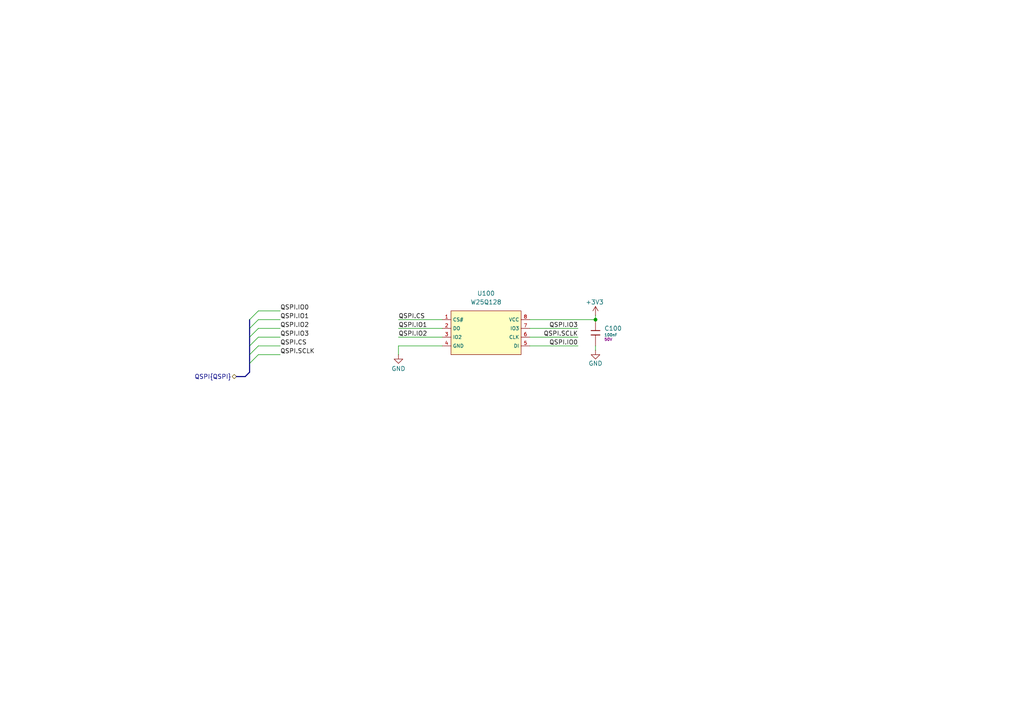
<source format=kicad_sch>
(kicad_sch (version 20231120) (generator "eeschema") (generator_version "8.0")
  (paper "A4")
  (title_block (title "ModuCard nav module") (date "2025-02-18") (rev "1.0.0") (company "KoNaR") (comment 1 "Base project authors: Dominik Pluta, Artem Horiunov") (comment 2 "Project author: Patryk Dudziński"))
  (lib_symbols
    (symbol "PCM_JLCPCB-Capacitors:0402,100nF,(2)" (pin_numbers hide) (pin_names (offset 0))
      (property "Reference" "C" (at 2.032 1.668 0))
      (property "Value" "100nF" (at 2.032 -0.3782 0))
      (property "Voltage Rated" "50V" (at 2.032 -2.0462 0))
      (symbol "0402,100nF,(2)_0_1"
        (polyline (pts (xy -1.27 -0.635) (xy 1.27 -0.635)) (stroke (width 0.254)))
        (polyline (pts (xy -1.27 0.635) (xy 1.27 0.635)) (stroke (width 0.254)))
      )
      (symbol "0402,100nF,(2)_1_1"
        (pin passive line (at 0 3.81 270) (length 3.175) (name "~") (number "1"))
        (pin passive line (at 0 -3.81 90) (length 3.175) (name "~") (number "2"))
      )
    )
    (symbol "PCM_JLCPCB-Memory:16MByte, SPI"
      (property "Reference" "U401" (at 0 12.7 0))
      (property "Value" "W25Q128" (at 0 10.16 0))
      (symbol "16MByte, SPI_0_1"
        (rectangle (start -10.16 7.62) (end 10.16 -5.08) (fill (type background)))
        (pin unspecified line (at -12.7 5.08 0) (length 2.54) (name "CS#") (number "1"))
        (pin unspecified line (at -12.7 2.54 0) (length 2.54) (name "DO") (number "2"))
        (pin unspecified line (at -12.7 0 0) (length 2.54) (name "IO2") (number "3"))
        (pin unspecified line (at 12.7 -2.54 180) (length 2.54) (name "DI") (number "5"))
        (pin unspecified line (at 12.7 0 180) (length 2.54) (name "CLK") (number "6"))
        (pin unspecified line (at 12.7 2.54 180) (length 2.54) (name "IO3") (number "7"))
      )
      (symbol "16MByte, SPI_1_1"
        (pin power_in line (at -12.7 -2.54 0) (length 2.54) (name "GND") (number "4"))
        (pin power_in line (at 12.7 5.08 180) (length 2.54) (name "VCC") (number "8"))
      )
    )
    (symbol "power:+3V3" (power) (pin_numbers hide) (pin_names (offset 0) hide)
      (property "Value" "+3V3" (at 0 3.556 0))
      (symbol "+3V3_0_1"
        (polyline (pts (xy -0.762 1.27) (xy 0 2.54)))
        (polyline (pts (xy 0 0) (xy 0 2.54)))
        (polyline (pts (xy 0 2.54) (xy 0.762 1.27)))
      )
      (symbol "+3V3_1_1"
        (pin power_in line (at 0 0 90) (length 0) (name "~") (number "1"))
      )
    )
    (symbol "power:GND" (power) (pin_numbers hide) (pin_names (offset 0) hide)
      (property "Value" "GND" (at 0 -3.81 0))
      (symbol "GND_0_1"
        (polyline (pts (xy 0 0) (xy 0 -1.27) (xy 1.27 -1.27) (xy 0 -2.54) (xy -1.27 -1.27) (xy 0 -1.27)))
      )
      (symbol "GND_1_1"
        (pin power_in line (at 0 0 270) (length 0) (name "~") (number "1"))
      )
    )
  )
  (junction (at 172.72 92.71))
  (bus_entry (at 72.39 92.71) (size 2.54 -2.54))
  (bus_entry (at 72.39 102.87) (size 2.54 -2.54))
  (bus_entry (at 72.39 97.79) (size 2.54 -2.54))
  (bus_entry (at 72.39 100.33) (size 2.54 -2.54))
  (bus_entry (at 72.39 95.25) (size 2.54 -2.54))
  (bus_entry (at 72.39 105.41) (size 2.54 -2.54))
  (wire (pts (xy 115.57 100.33) (xy 128.27 100.33)))
  (wire (pts (xy 74.93 97.79) (xy 81.28 97.79)))
  (wire (pts (xy 115.57 100.33) (xy 115.57 102.87)))
  (bus (pts (xy 72.39 97.79) (xy 72.39 100.33)))
  (wire (pts (xy 153.67 97.79) (xy 167.64 97.79)))
  (wire (pts (xy 172.72 92.71) (xy 172.72 91.44)))
  (bus (pts (xy 72.39 95.25) (xy 72.39 97.79)))
  (bus (pts (xy 72.39 100.33) (xy 72.39 102.87)))
  (bus (pts (xy 72.39 102.87) (xy 72.39 105.41)))
  (wire (pts (xy 115.57 92.71) (xy 128.27 92.71)))
  (wire (pts (xy 153.67 92.71) (xy 172.72 92.71)))
  (wire (pts (xy 115.57 95.25) (xy 128.27 95.25)))
  (wire (pts (xy 153.67 95.25) (xy 167.64 95.25)))
  (bus (pts (xy 72.39 92.71) (xy 72.39 95.25)))
  (bus (pts (xy 71.12 109.22) (xy 72.39 107.95)))
  (bus (pts (xy 72.39 105.41) (xy 72.39 107.95)))
  (wire (pts (xy 74.93 95.25) (xy 81.28 95.25)))
  (bus (pts (xy 68.58 109.22) (xy 71.12 109.22)))
  (wire (pts (xy 172.72 100.33) (xy 172.72 101.6)))
  (wire (pts (xy 74.93 102.87) (xy 81.28 102.87)))
  (wire (pts (xy 74.93 92.71) (xy 81.28 92.71)))
  (wire (pts (xy 74.93 90.17) (xy 81.28 90.17)))
  (wire (pts (xy 153.67 100.33) (xy 167.64 100.33)))
  (wire (pts (xy 115.57 97.79) (xy 128.27 97.79)))
  (wire (pts (xy 74.93 100.33) (xy 81.28 100.33)))
  (label "QSPI.IO3" (at 167.64 95.25 180))
  (label "QSPI.IO1" (at 81.28 92.71 0))
  (label "QSPI.SCLK" (at 81.28 102.87 0))
  (label "QSPI.IO2" (at 81.28 95.25 0))
  (label "QSPI.IO3" (at 81.28 97.79 0))
  (label "QSPI.IO2" (at 115.57 97.79 0))
  (label "QSPI.IO1" (at 115.57 95.25 0))
  (label "QSPI.SCLK" (at 167.64 97.79 180))
  (label "QSPI.IO0" (at 81.28 90.17 0))
  (label "QSPI.IO0" (at 167.64 100.33 180))
  (label "QSPI.CS" (at 115.57 92.71 0))
  (label "QSPI.CS" (at 81.28 100.33 0))
  (hierarchical_label "QSPI{QSPI}" (shape bidirectional) (at 68.58 109.22 180))
  (symbol (lib_id "power:GND") (at 172.72 101.6 0) (unit 1)
    (property "Reference" "#PWR0101" (effects (hide yes)))
    (property "Value" "GND" (at 172.72 105.41 0))
    (property "Description" "Power symbol creates a global label with name \"GND\" , ground" (effects (hide yes)))
  )
  (symbol (lib_id "PCM_JLCPCB-Memory:16MByte, SPI") (at 140.97 97.79 0) (unit 1)
    (property "Reference" "U100" (at 140.97 85.09 0))
    (property "Value" "W25Q128" (at 140.97 87.63 0))
    (property "Footprint" "PCM_JLCPCB:SOIC-8_L5.3-W5.3-P1.27-LS8.0-BL" (effects (hide yes)))
    (property "Datasheet" "https://www.lcsc.com/datasheet/lcsc_datasheet_1811142111_Winbond-Elec-W25Q128JVSIQ_C97521.pdf" (effects (hide yes)))
    (property "Description" "128Mbit SOIC-8-208mil NOR FLASH ROHS" (effects (hide yes)))
    (property "LCSC" "C97521" (effects (hide yes)))
    (property "Stock" "198408" (effects (hide yes)))
    (property "Price" "0.552USD" (effects (hide yes)))
    (property "Process" "SMT" (effects (hide yes)))
    (property "Minimum Qty" "1" (effects (hide yes)))
    (property "Attrition Qty" "0" (effects (hide yes)))
    (property "Class" "Basic Component" (effects (hide yes)))
    (property "Category" "Memory,NOR FLASH" (effects (hide yes)))
    (property "Manufacturer" "Winbond Elec" (effects (hide yes)))
    (property "Part" "W25Q128JVSIQ" (effects (hide yes)))
    (property "Memory Size" "128Mbit" (effects (hide yes)))
  )
  (symbol (lib_id "power:GND") (at 115.57 102.87 0) (unit 1)
    (property "Reference" "#PWR0102" (effects (hide yes)))
    (property "Value" "GND" (at 115.57 106.934 0))
    (property "Description" "Power symbol creates a global label with name \"GND\" , ground" (effects (hide yes)))
  )
  (symbol (lib_id "power:+3V3") (at 172.72 91.44 0) (unit 1)
    (property "Reference" "#PWR0100" (effects (hide yes)))
    (property "Value" "+3V3" (at 172.466 87.63 0))
    (property "Description" "Power symbol creates a global label with name \"+3V3\"" (effects (hide yes)))
  )
  (symbol (lib_id "PCM_JLCPCB-Capacitors:0402,100nF,(2)") (at 172.72 96.52 0) (unit 1)
    (property "Reference" "C100" (at 175.26 95.25 0) (effects (justify left)))
    (property "Value" "100nF" (at 175.26 97.155 0) (effects (font (size 0.8 0.8)) (justify left)))
    (property "Footprint" "PCM_JLCPCB:C_0402" (effects (hide yes)))
    (property "Datasheet" "https://www.lcsc.com/datasheet/lcsc_datasheet_2304140030_Samsung-Electro-Mechanics-CL05B104KB54PNC_C307331.pdf" (effects (hide yes)))
    (property "Description" "50V 100nF X7R ±10% 0402 Multilayer Ceramic Capacitors MLCC - SMD/SMT ROHS" (effects (hide yes)))
    (property "LCSC" "C307331" (effects (hide yes)))
    (property "Stock" "5358037" (effects (hide yes)))
    (property "Price" "0.008USD" (effects (hide yes)))
    (property "Process" "SMT" (effects (hide yes)))
    (property "Minimum Qty" "20" (effects (hide yes)))
    (property "Attrition Qty" "10" (effects (hide yes)))
    (property "Class" "Basic Component" (effects (hide yes)))
    (property "Category" "Capacitors,Multilayer Ceramic Capacitors MLCC - SMD/SMT" (effects (hide yes)))
    (property "Manufacturer" "Samsung Electro-Mechanics" (effects (hide yes)))
    (property "Part" "CL05B104KB54PNC" (effects (hide yes)))
    (property "Voltage Rated" "50V" (at 175.26 98.425 0) (effects (font (size 0.8 0.8)) (justify left)))
    (property "Tolerance" "±10%" (effects (hide yes)))
    (property "Capacitance" "100nF" (effects (hide yes)))
    (property "Temperature Coefficient" "X7R" (effects (hide yes)))
  )
)
</source>
